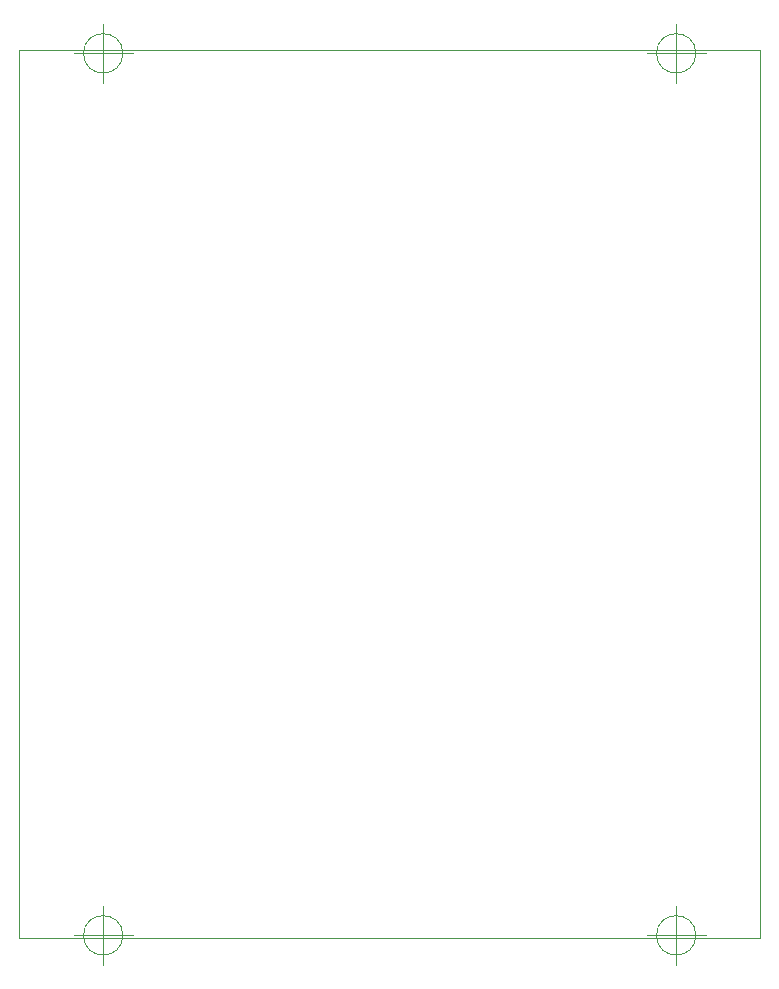
<source format=gm1>
G04 #@! TF.GenerationSoftware,KiCad,Pcbnew,(6.0.10-0)*
G04 #@! TF.CreationDate,2023-03-29T16:12:46-05:00*
G04 #@! TF.ProjectId,v1.0,76312e30-2e6b-4696-9361-645f70636258,rev?*
G04 #@! TF.SameCoordinates,Original*
G04 #@! TF.FileFunction,Profile,NP*
%FSLAX46Y46*%
G04 Gerber Fmt 4.6, Leading zero omitted, Abs format (unit mm)*
G04 Created by KiCad (PCBNEW (6.0.10-0)) date 2023-03-29 16:12:46*
%MOMM*%
%LPD*%
G01*
G04 APERTURE LIST*
G04 #@! TA.AperFunction,Profile*
%ADD10C,0.100000*%
G04 #@! TD*
G04 APERTURE END LIST*
D10*
X171084666Y-125222000D02*
G75*
G03*
X171084666Y-125222000I-1666666J0D01*
G01*
X166918000Y-125222000D02*
X171918000Y-125222000D01*
X169418000Y-122722000D02*
X169418000Y-127722000D01*
X171084666Y-50546000D02*
G75*
G03*
X171084666Y-50546000I-1666666J0D01*
G01*
X166918000Y-50546000D02*
X171918000Y-50546000D01*
X169418000Y-48046000D02*
X169418000Y-53046000D01*
X122570666Y-50546000D02*
G75*
G03*
X122570666Y-50546000I-1666666J0D01*
G01*
X118404000Y-50546000D02*
X123404000Y-50546000D01*
X120904000Y-48046000D02*
X120904000Y-53046000D01*
X122570666Y-125222000D02*
G75*
G03*
X122570666Y-125222000I-1666666J0D01*
G01*
X118404000Y-125222000D02*
X123404000Y-125222000D01*
X120904000Y-122722000D02*
X120904000Y-127722000D01*
X176530000Y-50292000D02*
X113792000Y-50292000D01*
X113792000Y-50292000D02*
X113792000Y-125476000D01*
X113792000Y-125476000D02*
X176530000Y-125476000D01*
X176530000Y-125476000D02*
X176530000Y-50292000D01*
M02*

</source>
